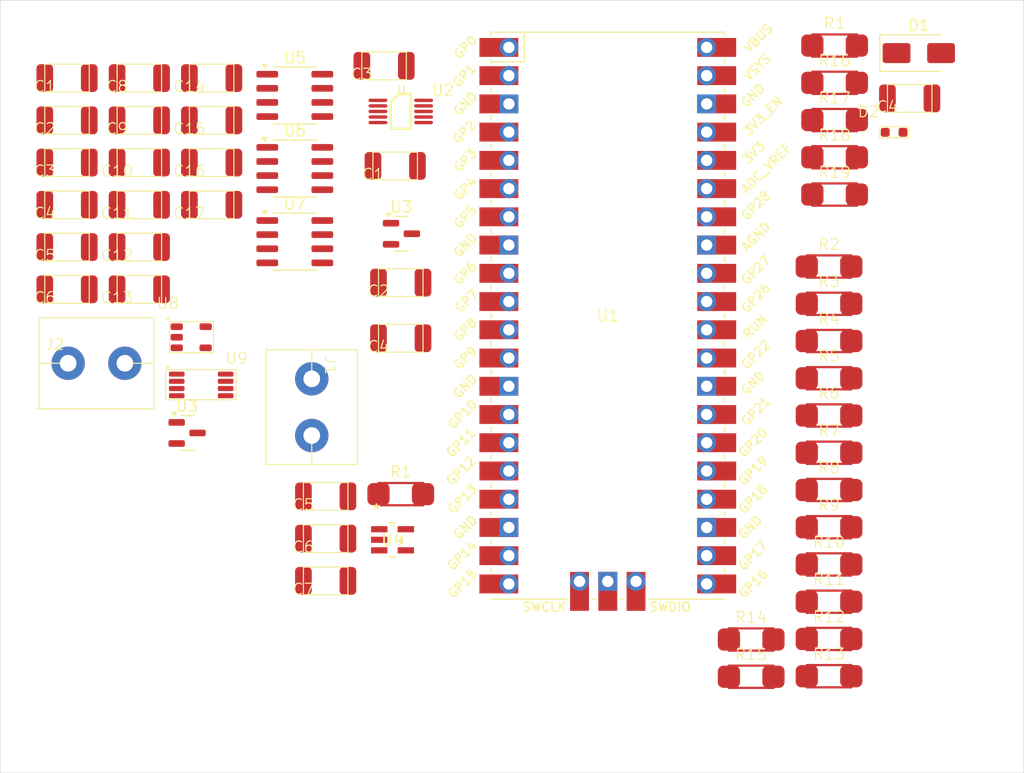
<source format=kicad_pcb>
(kicad_pcb (version 20240108) (generator "pcbnew") (generator_version "8.0")
  (layers (0 "F.Cu" signal) (31 "B.Cu" signal) (34 "B.Paste" user) (35 "F.Paste" user) (36 "B.SilkS" user "B.Silkscreen") (37 "F.SilkS" user "F.Silkscreen") (38 "B.Mask" user) (39 "F.Mask" user) (44 "Edge.Cuts" user))
  (net 0 "")
  (net 1 "3.3V")
  (net 2 "GND")
  (net 3 "DIODE_IN")
  (net 4 "DOUT")
  (net 17 "SCLK")
  (net 27 "Net-(U6--)")
  (net 30 "DIN")
  (net 33 "CONVS")
  (net 45 "Net-(J1-Pin_1)")
  (net 46 "Net-(U4-IN-)")
  (net 47 "Net-(C1-Pad1)")
  (net 48 "Net-(U8-+)")
  (net 49 "Net-(U7-Trim{slash}NR)")
  (net 50 "+3")
  (net 51 "Net-(C5-Pad1)")
  (net 52 "Net-(U6-+)")
  (net 53 "Net-(U2-AINM)")
  (net 54 "Net-(U2-AINP)")
  (net 55 "Net-(U4-+)")
  (net 56 "Net-(U9-NE{slash}SS)")
  (net 57 "Net-(U9-FB)")
  (net 58 "Net-(U7-Vout)")
  (net 59 "V_REF")
  (net 60 "Net-(R10-Pad1)")
  (net 61 "Net-(R7-Pad2)")
  (net 62 "Net-(U5--)")
  (net 63 "Net-(U5-+)")
  (net 74 "Net-(R14-Pad2)")
  (net 75 "Net-(D1-A1)")
  (net 76 "+5")
  (net 77 "Net-(D2-K)")
  (net 78 "DIODE_SIGNAL")
  (net 79 "Net-(U4--)")
  (footprint "moja_biblioteka:cap_1206" (layer "F.Cu") (at 42.5 64.25)
    (property "Reference" "C6" (at 0 -0.5 0) (layer "F.SilkS") (effects (font (thickness 0.1))))
    (property "Value" "1u")
    (pad "1" smd roundrect (at 4 -1.25) (size 1.5 2.5) (layers "F.Cu" "F.Paste" "F.Mask") (net 52 "Net-(U6-+)"))
    (pad "2" smd roundrect (at 0 -1.25) (size 1.5 2.5) (layers "F.Cu" "F.Paste" "F.Mask") (net 2 "GND"))
  )
  (footprint "Package_TO_SOT_SMD:SOT-23" (layer "F.Cu") (at 74.5625 58)
    (property "Reference" "U3" (at 0 -2.4 0) (layer "F.SilkS"))
    (property "Value" "LM4040DBZ-3")
    (pad "1" smd roundrect (at -0.9375 -0.95) (size 1.475 0.6) (layers "F.Cu" "F.Paste" "F.Mask") (net 1 "3.3V"))
    (pad "2" smd roundrect (at -0.9375 0.95) (size 1.475 0.6) (layers "F.Cu" "F.Paste" "F.Mask") (net 2 "GND"))
    (pad "3" smd roundrect (at 0.9375 0) (size 1.475 0.6) (layers "F.Cu" "F.Paste" "F.Mask"))
  )
  (footprint "moja_biblioteka:res_1206" (layer "F.Cu") (at 115 85.4)
    (property "Reference" "R9" (at -2 -3 0) (layer "F.SilkS") (effects (font (thickness 0.1))))
    (property "Value" "1k")
    (fp_line (start -4 -2) (end 0 -2) (stroke (width 0.2)) (layer "F.Cu"))
    (fp_line (start -4 0) (end -4 -2) (stroke (width 0.2)) (layer "F.Cu"))
    (fp_line (start 0 -2) (end 0 0) (stroke (width 0.2)) (layer "F.Cu"))
    (fp_line (start 0 0) (end -4 0) (stroke (width 0.2)) (layer "F.Cu"))
    (pad "1" smd roundrect (at 0 -1) (size 2 2) (layers "F.Cu" "F.Paste" "F.Mask") (net 2 "GND"))
    (pad "2" smd roundrect (at -4 -1) (size 2 2) (layers "F.Cu" "F.Paste" "F.Mask") (net 62 "Net-(U5--)"))
  )
  (footprint "moja_biblioteka:cap_1206" (layer "F.Cu") (at 42.5 49.05)
    (property "Reference" "C2" (at 0 -0.5 0) (layer "F.SilkS") (effects (font (thickness 0.1))))
    (property "Value" "1u")
    (pad "1" smd roundrect (at 4 -1.25) (size 1.5 2.5) (layers "F.Cu" "F.Paste" "F.Mask") (net 48 "Net-(U8-+)"))
    (pad "2" smd roundrect (at 0 -1.25) (size 1.5 2.5) (layers "F.Cu" "F.Paste" "F.Mask") (net 2 "GND"))
  )
  (footprint "Package_SO:SOIC-8_3.9x4.9mm_P1.27mm" (layer "F.Cu") (at 64.975 45.555)
    (property "Reference" "U5" (at 0 -3.4 0) (layer "F.SilkS"))
    (property "Value" "THS4521ID")
    (pad "1" smd roundrect (at -2.475 -1.905) (size 1.95 0.6) (layers "F.Cu" "F.Paste" "F.Mask") (net 62 "Net-(U5--)"))
    (pad "2" smd roundrect (at -2.475 -0.635) (size 1.95 0.6) (layers "F.Cu" "F.Paste" "F.Mask") (net 59 "V_REF"))
    (pad "3" smd roundrect (at -2.475 0.635) (size 1.95 0.6) (layers "F.Cu" "F.Paste" "F.Mask") (net 76 "+5"))
    (pad "4" smd roundrect (at -2.475 1.905) (size 1.95 0.6) (layers "F.Cu" "F.Paste" "F.Mask") (net 61 "Net-(R7-Pad2)"))
    (pad "5" smd roundrect (at 2.475 1.905) (size 1.95 0.6) (layers "F.Cu" "F.Paste" "F.Mask") (net 60 "Net-(R10-Pad1)"))
    (pad "6" smd roundrect (at 2.475 0.635) (size 1.95 0.6) (layers "F.Cu" "F.Paste" "F.Mask") (net 2 "GND"))
    (pad "7" smd roundrect (at 2.475 -0.635) (size 1.95 0.6) (layers "F.Cu" "F.Paste" "F.Mask") (net 76 "+5"))
    (pad "8" smd roundrect (at 2.475 -1.905) (size 1.95 0.6) (layers "F.Cu" "F.Paste" "F.Mask") (net 63 "Net-(U5-+)"))
  )
  (footprint "OPA320:DBV5" (layer "F.Cu") (at 73.7606 85.5292)
    (property "Reference" "U4" (at 0 0 0) (layer "F.SilkS"))
    (property "Value" "OPA320AIDBVR")
    (fp_text user "*" (at -1.4478 -2.6518 0) (layer "F.SilkS"))
    (fp_text user "*" (at -1.4478 -2.6518 0) (layer "F.SilkS"))
    (pad "1" smd rect (at -1.1938 -0.950001) (size 1.4732 0.5588) (layers "F.Cu" "F.Paste" "F.Mask") (net 78 "DIODE_SIGNAL"))
    (pad "2" smd rect (at -1.1938 0) (size 1.4732 0.5588) (layers "F.Cu" "F.Paste" "F.Mask") (net 2 "GND"))
    (pad "3" smd rect (at -1.1938 0.950001) (size 1.4732 0.5588) (layers "F.Cu" "F.Paste" "F.Mask") (net 55 "Net-(U4-+)"))
    (pad "4" smd rect (at 1.1938 0.950001) (size 1.4732 0.5588) (layers "F.Cu" "F.Paste" "F.Mask") (net 79 "Net-(U4--)"))
    (pad "5" smd rect (at 1.1938 -0.950001) (size 1.4732 0.5588) (layers "F.Cu" "F.Paste" "F.Mask") (net 76 "+5"))
  )
  (footprint "moja_biblioteka:cap_1206" (layer "F.Cu") (at 55.5 56.65)
    (property "Reference" "C17" (at 0 -0.5 0) (layer "F.SilkS") (effects (font (thickness 0.1))))
    (property "Value" "10u")
    (pad "1" smd roundrect (at 4 -1.25) (size 1.5 2.5) (layers "F.Cu" "F.Paste" "F.Mask") (net 76 "+5"))
    (pad "2" smd roundrect (at 0 -1.25) (size 1.5 2.5) (layers "F.Cu" "F.Paste" "F.Mask") (net 2 "GND"))
  )
  (footprint "moja_biblioteka:res_1206" (layer "F.Cu") (at 115.5 42.075)
    (property "Reference" "R1" (at -2 -3 0) (layer "F.SilkS") (effects (font (thickness 0.1))))
    (property "Value" "100")
    (fp_line (start -4 -2) (end 0 -2) (stroke (width 0.2)) (layer "F.Cu"))
    (fp_line (start -4 0) (end -4 -2) (stroke (width 0.2)) (layer "F.Cu"))
    (fp_line (start 0 -2) (end 0 0) (stroke (width 0.2)) (layer "F.Cu"))
    (fp_line (start 0 0) (end -4 0) (stroke (width 0.2)) (layer "F.Cu"))
    (pad "1" smd roundrect (at 0 -1) (size 2 2) (layers "F.Cu" "F.Paste" "F.Mask") (net 55 "Net-(U4-+)"))
    (pad "2" smd roundrect (at -4 -1) (size 2 2) (layers "F.Cu" "F.Paste" "F.Mask") (net 2 "GND"))
  )
  (footprint "moja_biblioteka:cap_1206" (layer "F.Cu") (at 42.5 52.85)
    (property "Reference" "C3" (at 0 -0.5 0) (layer "F.SilkS") (effects (font (thickness 0.1))))
    (property "Value" "1u")
    (pad "1" smd roundrect (at 4 -1.25) (size 1.5 2.5) (layers "F.Cu" "F.Paste" "F.Mask") (net 49 "Net-(U7-Trim{slash}NR)"))
    (pad "2" smd roundrect (at 0 -1.25) (size 1.5 2.5) (layers "F.Cu" "F.Paste" "F.Mask") (net 2 "GND"))
  )
  (footprint "moja_biblioteka:res_1206" (layer "F.Cu") (at 115 61.95)
    (property "Reference" "R2" (at -2 -3 0) (layer "F.SilkS") (effects (font (thickness 0.1))))
    (property "Value" "1k")
    (fp_line (start -4 -2) (end 0 -2) (stroke (width 0.2)) (layer "F.Cu"))
    (fp_line (start -4 0) (end -4 -2) (stroke (width 0.2)) (layer "F.Cu"))
    (fp_line (start 0 -2) (end 0 0) (stroke (width 0.2)) (layer "F.Cu"))
    (fp_line (start 0 0) (end -4 0) (stroke (width 0.2)) (layer "F.Cu"))
    (pad "1" smd roundrect (at 0 -1) (size 2 2) (layers "F.Cu" "F.Paste" "F.Mask") (net 58 "Net-(U7-Vout)"))
    (pad "2" smd roundrect (at -4 -1) (size 2 2) (layers "F.Cu" "F.Paste" "F.Mask") (net 52 "Net-(U6-+)"))
  )
  (footprint "moja_biblioteka:cap_1206" (layer "F.Cu") (at 65.75 82.875)
    (property "Reference" "C5" (at 0 -0.5 0) (layer "F.SilkS") (effects (font (thickness 0.1))))
    (property "Value" "100n")
    (pad "1" smd roundrect (at 4 -1.25) (size 1.5 2.5) (layers "F.Cu" "F.Paste" "F.Mask") (net 1 "3.3V"))
    (pad "2" smd roundrect (at 0 -1.25) (size 1.5 2.5) (layers "F.Cu" "F.Paste" "F.Mask") (net 2 "GND"))
  )
  (footprint "moja_biblioteka:cap_1206" (layer "F.Cu") (at 42.5 56.65)
    (property "Reference" "C4" (at 0 -0.5 0) (layer "F.SilkS") (effects (font (thickness 0.1))))
    (property "Value" "10u")
    (pad "1" smd roundrect (at 4 -1.25) (size 1.5 2.5) (layers "F.Cu" "F.Paste" "F.Mask") (net 50 "+3"))
    (pad "2" smd roundrect (at 0 -1.25) (size 1.5 2.5) (layers "F.Cu" "F.Paste" "F.Mask") (net 2 "GND"))
  )
  (footprint "moja_biblioteka:cap_1206" (layer "F.Cu") (at 72.5 68.65)
    (property "Reference" "C4" (at 0 -0.5 0) (layer "F.SilkS") (effects (font (thickness 0.1))))
    (property "Value" "1u")
    (pad "1" smd roundrect (at 4 -1.25) (size 1.5 2.5) (layers "F.Cu" "F.Paste" "F.Mask") (net 1 "3.3V"))
    (pad "2" smd roundrect (at 0 -1.25) (size 1.5 2.5) (layers "F.Cu" "F.Paste" "F.Mask") (net 2 "GND"))
  )
  (footprint "moja_biblioteka:cap_1206" (layer "F.Cu") (at 49 52.85)
    (property "Reference" "C10" (at 0 -0.5 0) (layer "F.SilkS") (effects (font (thickness 0.1))))
    (property "Value" "100n")
    (pad "1" smd roundrect (at 4 -1.25) (size 1.5 2.5) (layers "F.Cu" "F.Paste" "F.Mask") (net 50 "+3"))
    (pad "2" smd roundrect (at 0 -1.25) (size 1.5 2.5) (layers "F.Cu" "F.Paste" "F.Mask") (net 2 "GND"))
  )
  (footprint "moja_biblioteka:res_1206" (layer "F.Cu") (at 115 78.7)
    (property "Reference" "R7" (at -2 -3 0) (layer "F.SilkS") (effects (font (thickness 0.1))))
    (property "Value" "10")
    (fp_line (start -4 -2) (end 0 -2) (stroke (width 0.2)) (layer "F.Cu"))
    (fp_line (start -4 0) (end -4 -2) (stroke (width 0.2)) (layer "F.Cu"))
    (fp_line (start 0 -2) (end 0 0) (stroke (width 0.2)) (layer "F.Cu"))
    (fp_line (start 0 0) (end -4 0) (stroke (width 0.2)) (layer "F.Cu"))
    (pad "1" smd roundrect (at 0 -1) (size 2 2) (layers "F.Cu" "F.Paste" "F.Mask") (net 53 "Net-(U2-AINM)"))
    (pad "2" smd roundrect (at -4 -1) (size 2 2) (layers "F.Cu" "F.Paste" "F.Mask") (net 61 "Net-(R7-Pad2)"))
  )
  (footprint "moja_biblioteka:res_1206" (layer "F.Cu") (at 115 82.05)
    (property "Reference" "R8" (at -2 -3 0) (layer "F.SilkS") (effects (font (thickness 0.1))))
    (property "Value" "1k")
    (fp_line (start -4 -2) (end 0 -2) (stroke (width 0.2)) (layer "F.Cu"))
    (fp_line (start -4 0) (end -4 -2) (stroke (width 0.2)) (layer "F.Cu"))
    (fp_line (start 0 -2) (end 0 0) (stroke (width 0.2)) (layer "F.Cu"))
    (fp_line (start 0 0) (end -4 0) (stroke (width 0.2)) (layer "F.Cu"))
    (pad "1" smd roundrect (at 0 -1) (size 2 2) (layers "F.Cu" "F.Paste" "F.Mask") (net 61 "Net-(R7-Pad2)"))
    (pad "2" smd roundrect (at -4 -1) (size 2 2) (layers "F.Cu" "F.Paste" "F.Mask") (net 62 "Net-(U5--)"))
  )
  (footprint "moja_biblioteka:res_1206" (layer "F.Cu") (at 115 72)
    (property "Reference" "R5" (at -2 -3 0) (layer "F.SilkS") (effects (font (thickness 0.1))))
    (property "Value" "20k")
    (fp_line (start -4 -2) (end 0 -2) (stroke (width 0.2)) (layer "F.Cu"))
    (fp_line (start -4 0) (end -4 -2) (stroke (width 0.2)) (layer "F.Cu"))
    (fp_line (start 0 -2) (end 0 0) (stroke (width 0.2)) (layer "F.Cu"))
    (fp_line (start 0 0) (end -4 0) (stroke (width 0.2)) (layer "F.Cu"))
    (pad "1" smd roundrect (at 0 -1) (size 2 2) (layers "F.Cu" "F.Paste" "F.Mask") (net 27 "Net-(U6--)"))
    (pad "2" smd roundrect (at -4 -1) (size 2 2) (layers "F.Cu" "F.Paste" "F.Mask") (net 59 "V_REF"))
  )
  (footprint "moja_biblioteka:res_1206" (layer "F.Cu") (at 115 68.65)
    (property "Reference" "R4" (at -2 -3 0) (layer "F.SilkS") (effects (font (thickness 0.1))))
    (property "Value" "1k")
    (fp_line (start -4 -2) (end 0 -2) (stroke (width 0.2)) (layer "F.Cu"))
    (fp_line (start -4 0) (end -4 -2) (stroke (width 0.2)) (layer "F.Cu"))
    (fp_line (start 0 -2) (end 0 0) (stroke (width 0.2)) (layer "F.Cu"))
    (fp_line (start 0 0) (end -4 0) (stroke (width 0.2)) (layer "F.Cu"))
    (pad "1" smd roundrect (at 0 -1) (size 2 2) (layers "F.Cu" "F.Paste" "F.Mask") (net 47 "Net-(C1-Pad1)"))
    (pad "2" smd roundrect (at -4 -1) (size 2 2) (layers "F.Cu" "F.Paste" "F.Mask") (net 48 "Net-(U8-+)"))
  )
  (footprint "moja_biblioteka:LED_SMD" (layer "F.Cu") (at 118.05 48.875)
    (property "Reference" "D2" (at -1.5 -1.85 0) (layer "F.SilkS") (effects (font (thickness 0.1))))
    (property "Value" "LED")
    (pad "1" smd roundrect (at 0 0) (size 0.8 0.8) (layers "F.Cu" "F.Paste" "F.Mask") (net 77 "Net-(D2-K)"))
    (pad "2" smd roundrect (at 1.6 0) (size 0.8 0.8) (layers "F.Cu" "F.Paste" "F.Mask") (net 76 "+5"))
  )
  (footprint "moja_biblioteka:res_1206" (layer "F.Cu") (at 115 65.3)
    (property "Reference" "R3" (at -2 -3 0) (layer "F.SilkS") (effects (font (thickness 0.1))))
    (property "Value" "0.2")
    (fp_line (start -4 -2) (end 0 -2) (stroke (width 0.2)) (layer "F.Cu"))
    (fp_line (start -4 0) (end -4 -2) (stroke (width 0.2)) (layer "F.Cu"))
    (fp_line (start 0 -2) (end 0 0) (stroke (width 0.2)) (layer "F.Cu"))
    (fp_line (start 0 0) (end -4 0) (stroke (width 0.2)) (layer "F.Cu"))
    (pad "1" smd roundrect (at 0 -1) (size 2 2) (layers "F.Cu" "F.Paste" "F.Mask") (net 59 "V_REF"))
    (pad "2" smd roundrect (at -4 -1) (size 2 2) (layers "F.Cu" "F.Paste" "F.Mask") (net 51 "Net-(C5-Pad1)"))
  )
  (footprint "Diode_SMD:D_SMA" (layer "F.Cu") (at 121.07 41.75)
    (property "Reference" "D1" (at 0 -2.5 0) (layer "F.SilkS"))
    (property "Value" "SMAJ12A")
    (pad "1" smd roundrect (at -2 0) (size 2.5 1.8) (layers "F.Cu" "F.Paste" "F.Mask") (roundrect_rratio 0.1388888889) (net 75 "Net-(D1-A1)"))
    (pad "2" smd roundrect (at 2 0) (size 2.5 1.8) (layers "F.Cu" "F.Paste" "F.Mask") (roundrect_rratio 0.1388888889) (net 2 "GND"))
  )
  (footprint "footprints:ADS8881" (layer "F.Cu") (at 74.5 47)
    (property "Reference" "U2" (at 3.8 -1.9 0) (layer "F.SilkS"))
    (property "Value" "ADS8881CDGS")
    (fp_text user "u" (at 0.079 -2.0908 0) (layer "F.SilkS"))
    (pad "1" smd oval (at -2.049998 -1.000001 90) (size 0.299999 1.699999) (layers "F.Cu" "F.Paste" "F.Mask") (net 59 "V_REF"))
    (pad "2" smd oval (at -2.049998 -0.500002 90) (size 0.299999 1.699999) (layers "F.Cu" "F.Paste" "F.Mask") (net 50 "+3"))
    (pad "3" smd oval (at -2.049998 0 90) (size 0.299999 1.699999) (layers "F.Cu" "F.Paste" "F.Mask") (net 54 "Net-(U2-AINP)"))
    (pad "4" smd oval (at -2.049998 0.499999 90) (size 0.299999 1.699999) (layers "F.Cu" "F.Paste" "F.Mask") (net 53 "Net-(U2-AINM)"))
    (pad "5" smd oval (at -2.049998 1.000001 90) (size 0.299999 1.699999) (layers "F.Cu" "F.Paste" "F.Mask") (net 2 "GND"))
    (pad "6" smd oval (at 2.050001 1.000001 90) (size 0.299999 1.699999) (layers "F.Cu" "F.Paste" "F.Mask") (net 33 "CONVS"))
    (pad "7" smd oval (at 2.050001 0.499999 90) (size 0.299999 1.699999) (layers "F.Cu" "F.Paste" "F.Mask") (net 4 "DOUT"))
    (pad "8" smd oval (at 2.050001 0 90) (size 0.299999 1.699999) (layers "F.Cu" "F.Paste" "F.Mask") (net 17 "SCLK"))
    (pad "9" smd oval (at 2.050001 -0.500002 90) (size 0.299999 1.699999) (layers "F.Cu" "F.Paste" "F.Mask") (net 30 "DIN"))
    (pad "10" smd oval (at 2.050001 -1.000001 90) (size 0.299999 1.699999) (layers "F.Cu" "F.Paste" "F.Mask") (net 50 "+3"))
  )
  (footprint "moja_biblioteka:res_1206" (layer "F.Cu") (at 115 75.35)
    (property "Reference" "R6" (at -2 -3 0) (layer "F.SilkS") (effects (font (thickness 0.1))))
    (property "Value" "10")
    (fp_line (start -4 -2) (end 0 -2) (stroke (width 0.2)) (layer "F.Cu"))
    (fp_line (start -4 0) (end -4 -2) (stroke (width 0.2)) (layer "F.Cu"))
    (fp_line (start 0 -2) (end 0 0) (stroke (width 0.2)) (layer "F.Cu"))
    (fp_line (start 0 0) (end -4 0) (stroke (width 0.2)) (layer "F.Cu"))
    (pad "1" smd roundrect (at 0 -1) (size 2 2) (layers "F.Cu" "F.Paste" "F.Mask") (net 54 "Net-(U2-AINP)"))
    (pad "2" smd roundrect (at -4 -1) (size 2 2) (layers "F.Cu" "F.Paste" "F.Mask") (net 60 "Net-(R10-Pad1)"))
  )
  (footprint "moja_biblioteka:cap_1206" (layer "F.Cu") (at 42.5 60.45)
    (property "Reference" "C5" (at 0 -0.5 0) (layer "F.SilkS") (effects (font (thickness 0.1))))
    (property "Value" "10u")
    (pad "1" smd roundrect (at 4 -1.25) (size 1.5 2.5) (layers "F.Cu" "F.Paste" "F.Mask") (net 51 "Net-(C5-Pad1)"))
    (pad "2" smd roundrect (at 0 -1.25) (size 1.5 2.5) (layers "F.Cu" "F.Paste" "F.Mask") (net 2 "GND"))
  )
  (footprint "moja_biblioteka:cap_1206" (layer "F.Cu") (at 42.5 45.25)
    (property "Reference" "C1" (at 0 -0.5 0) (layer "F.SilkS") (effects (font (thickness 0.1))))
    (property "Value" "1u")
    (pad "1" smd roundrect (at 4 -1.25) (size 1.5 2.5) (layers "F.Cu" "F.Paste" "F.Mask") (net 47 "Net-(C1-Pad1)"))
    (pad "2" smd roundrect (at 0 -1.25) (size 1.5 2.5) (layers "F.Cu" "F.Paste" "F.Mask") (net 27 "Net-(U6--)"))
  )
  (footprint "moja_biblioteka:cap_1206" (layer "F.Cu") (at 118.25 47.075)
    (property "Reference" "C4" (at 0 -0.5 0) (layer "F.SilkS") (effects (font (thickness 0.1))))
    (property "Value" "33u")
    (pad "1" smd roundrect (at 4 -1.25) (size 1.5 2.5) (layers "F.Cu" "F.Paste" "F.Mask") (net 45 "Net-(J1-Pin_1)"))
    (pad "2" smd roundrect (at 0 -1.25) (size 1.5 2.5) (layers "F.Cu" "F.Paste" "F.Mask") (net 55 "Net-(U4-+)"))
  )
  (footprint "moja_biblioteka:cap_1206" (layer "F.Cu") (at 49 56.65)
    (property "Reference" "C11" (at 0 -0.5 0) (layer "F.SilkS") (effects (font (thickness 0.1))))
    (property "Value" "10u")
    (pad "1" smd roundrect (at 4 -1.25) (size 1.5 2.5) (layers "F.Cu" "F.Paste" "F.Mask") (net 50 "+3"))
    (pad "2" smd roundrect (at 0 -1.25) (size 1.5 2.5) (layers "F.Cu" "F.Paste" "F.Mask") (net 2 "GND"))
  )
  (footprint "moja_biblioteka:cap_1206" (layer "F.Cu") (at 55.5 49.05)
    (property "Reference" "C15" (at 0 -0.5 0) (layer "F.SilkS") (effects (font (thickness 0.1))))
    (property "Value" "10n")
    (pad "1" smd roundrect (at 4 -1.25) (size 1.5 2.5) (layers "F.Cu" "F.Paste" "F.Mask") (net 56 "Net-(U9-NE{slash}SS)"))
    (pad "2" smd roundrect (at 0 -1.25) (size 1.5 2.5) (layers "F.Cu" "F.Paste" "F.Mask") (net 2 "GND"))
  )
  (footprint "moja_biblioteka:cap_1206" (layer "F.Cu") (at 55.5 52.85)
    (property "Reference" "C16" (at 0 -0.5 0) (layer "F.SilkS") (effects (font (thickness 0.1))))
    (property "Value" "10n")
    (pad "1" smd roundrect (at 4 -1.25) (size 1.5 2.5) (layers "F.Cu" "F.Paste" "F.Mask") (net 76 "+5"))
    (pad "2" smd roundrect (at 0 -1.25) (size 1.5 2.5) (layers "F.Cu" "F.Paste" "F.Mask") (net 57 "Net-(U9-FB)"))
  )
  (footprint "moja_biblioteka:res_1206" (layer "F.Cu") (at 115.5 52.125)
    (property "Reference" "R18" (at -2 -3 0) (layer "F.SilkS") (effects (font (thickness 0.1))))
    (property "Value" "10k")
    (fp_line (start -4 -2) (end 0 -2) (stroke (width 0.2)) (layer "F.Cu"))
    (fp_line (start -4 0) (end -4 -2) (stroke (width 0.2)) (layer "F.Cu"))
    (fp_line (start 0 -2) (end 0 0) (stroke (width 0.2)) (layer "F.Cu"))
    (fp_line (start 0 0) (end -4 0) (stroke (width 0.2)) (layer "F.Cu"))
    (pad "1" smd roundrect (at 0 -1) (size 2 2) (layers "F.Cu" "F.Paste" "F.Mask") (net 78 "DIODE_SIGNAL"))
    (pad "2" smd roundrect (at -4 -1) (size 2 2) (layers "F.Cu" "F.Paste" "F.Mask") (net 79 "Net-(U4--)"))
  )
  (footprint "moja_biblioteka:res_1206" (layer "F.Cu") (at 115 92.1)
    (property "Reference" "R11" (at -2 -3 0) (layer "F.SilkS") (effects (font (thickness 0.1))))
    (property "Value" "1k")
    (fp_line (start -4 -2) (end 0 -2) (stroke (width 0.2)) (layer "F.Cu"))
    (fp_line (start -4 0) (end -4 -2) (stroke (width 0.2)) (layer "F.Cu"))
    (fp_line (start 0 -2) (end 0 0) (stroke (width 0.2)) (layer "F.Cu"))
    (fp_line (start 0 0) (end -4 0) (stroke (width 0.2)) (layer "F.Cu"))
    (pad "1" smd roundrect (at 0 -1) (size 2 2) (layers "F.Cu" "F.Paste" "F.Mask") (net 63 "Net-(U5-+)"))
    (pad "2" smd roundrect (at -4 -1) (size 2 2) (layers "F.Cu" "F.Paste" "F.Mask") (net 78 "DIODE_SIGNAL"))
  )
  (footprint "moja_biblioteka:screw_conector" (layer "F.Cu") (at 66.5 71.05 -90)
    (property "Reference" "J1" (at -1.2 -1.7 -90) (layer "F.SilkS") (effects (font (thickness 0.1))))
    (property "Value" "Screw_Terminal_01x02")
    (pad "1" thru_hole circle (at 0 0 270) (size 3 3) (drill 1.5) (layers "*.Cu" "*.Mask") (net 45 "Net-(J1-Pin_1)"))
    (pad "2" thru_hole circle (at 5.1 0 270) (size 3 3) (drill 1.5) (layers "*.Cu" "*.Mask") (net 2 "GND"))
  )
  (footprint "moja_biblioteka:res_1206" (layer "F.Cu") (at 115 98.8)
    (property "Reference" "R13" (at -2 -3 0) (layer "F.SilkS") (effects (font (thickness 0.1))))
    (property "Value" "1k")
    (fp_line (start -4 -2) (end 0 -2) (stroke (width 0.2)) (layer "F.Cu"))
    (fp_line (start -4 0) (end -4 -2) (stroke (width 0.2)) (layer "F.Cu"))
    (fp_line (start 0 -2) (end 0 0) (stroke (width 0.2)) (layer "F.Cu"))
    (fp_line (start 0 0) (end -4 0) (stroke (width 0.2)) (layer "F.Cu"))
    (pad "1" smd roundrect (at 0 -1) (size 2 2) (layers "F.Cu" "F.Paste" "F.Mask") (net 57 "Net-(U9-FB)"))
    (pad "2" smd roundrect (at -4 -1) (size 2 2) (layers "F.Cu" "F.Paste" "F.Mask") (net 2 "GND"))
  )
  (footprint "moja_biblioteka:res_1206" (layer "F.Cu") (at 115.5 45.425)
    (property "Reference" "R16" (at -2 -3 0) (layer "F.SilkS") (effects (font (thickness 0.1))))
    (property "Value" "400")
    (fp_line (start -4 -2) (end 0 -2) (stroke (width 0.2)) (layer "F.Cu"))
    (fp_line (start -4 0) (end -4 -2) (stroke (width 0.2)) (layer "F.Cu"))
    (fp_line (start 0 -2) (end 0 0) (stroke (width 0.2)) (layer "F.Cu"))
    (fp_line (start 0 0) (end -4 0) (stroke (width 0.2)) (layer "F.Cu"))
    (pad "1" smd roundrect (at 0 -1) (size 2 2) (layers "F.Cu" "F.Paste" "F.Mask") (net 76 "+5"))
    (pad "2" smd roundrect (at -4 -1) (size 2 2) (layers "F.Cu" "F.Paste" "F.Mask") (net 50 "+3"))
  )
  (footprint "moja_biblioteka:cap_1206" (layer "F.Cu") (at 72 53.15)
    (property "Reference" "C1" (at 0 -0.5 0) (layer "F.SilkS") (effects (font (thickness 0.1))))
    (property "Value" "10u")
    (pad "1" smd roundrect (at 4 -1.25) (size 1.5 2.5) (layers "F.Cu" "F.Paste" "F.Mask") (net 1 "3.3V"))
    (pad "2" smd roundrect (at 0 -1.25) (size 1.5 2.5) (layers "F.Cu" "F.Paste" "F.Mask") (net 2 "GND"))
  )
  (footprint "moja_biblioteka:cap_1206" (layer "F.Cu") (at 71 44.15)
    (property "Reference" "C3" (at 0 -0.5 0) (layer "F.SilkS") (effects (font (thickness 0.1))))
    (property "Value" "1u")
    (pad "1" smd roundrect (at 4 -1.25) (size 1.5 2.5) (layers "F.Cu" "F.Paste" "F.Mask") (net 1 "3.3V"))
    (pad "2" smd roundrect (at 0 -1.25) (size 1.5 2.5) (layers "F.Cu" "F.Paste" "F.Mask") (net 2 "GND"))
  )
  (footprint "moja_biblioteka:cap_1206" (layer "F.Cu") (at 55.5 45.25)
    (property "Reference" "C14" (at 0 -0.5 0) (layer "F.SilkS") (effects (font (thickness 0.1))))
    (property "Value" "10u")
    (pad "1" smd roundrect (at 4 -1.25) (size 1.5 2.5) (layers "F.Cu" "F.Paste" "F.Mask") (net 75 "Net-(D1-A1)"))
    (pad "2" smd roundrect (at 0 -1.25) (size 1.5 2.5) (layers "F.Cu" "F.Paste" "F.Mask") (net 2 "GND"))
  )
  (footprint "moja_biblioteka:res_1206" (layer "F.Cu") (at 108 95.5)
    (property "Reference" "R14" (at -2 -3 0) (layer "F.SilkS") (effects (font (thickness 0.1))))
    (property "Value" "100")
    (fp_line (start -4 -2) (end 0 -2) (stroke (width 0.2)) (layer "F.Cu"))
    (fp_line (start -4 0) (end -4 -2) (stroke (width 0.2)) (layer "F.Cu"))
    (fp_line (start 0 -2) (end 0 0) (stroke (width 0.2)) (layer "F.Cu"))
    (fp_line (start 0 0) (end -4 0) (stroke (width 0.2)) (layer "F.Cu"))
    (pad "1" smd roundrect (at 0 -1) (size 2 2) (layers "F.Cu" "F.Paste" "F.Mask") (net 76 "+5"))
    (pad "2" smd roundrect (at -4 -1) (size 2 2) (layers "F.Cu" "F.Paste" "F.Mask") (net 74 "Net-(R14-Pad2)"))
  )
  (footprint "moja_biblioteka:cap_1206" (layer "F.Cu") (at 72.5 63.65)
    (property "Reference" "C2" (at 0 -0.5 0) (layer "F.SilkS") (effects (font (thickness 0.1))))
    (property "Value" "100n")
    (pad "1" smd roundrect (at 4 -1.25) (size 1.5 2.5) (layers "F.Cu" "F.Paste" "F.Mask") (net 1 "3.3V"))
    (pad "2" smd roundrect (at 0 -1.25) (size 1.5 2.5) (layers "F.Cu" "F.Paste" "F.Mask") (net 2 "GND"))
  )
  (footprint "moja_biblioteka:screw_conector" (layer "F.Cu") (at 44.6 69.65)
    (property "Reference" "J2" (at -1.2 -1.7 0) (layer "F.SilkS") (effects (font (thickness 0.1))))
    (property "Value" "Screw_Terminal_01x02")
    (pad "1" thru_hole circle (at 0 0) (size 3 3) (drill 1.5) (layers "*.Cu" "*.Mask") (net 75 "Net-(D1-A1)"))
    (pad "2" thru_hole circle (at 5.1 0) (size 3 3) (drill 1.5) (layers "*.Cu" "*.Mask") (net 2 "GND"))
  )
  (footprint "moja_biblioteka:cap_1206" (layer "F.Cu") (at 49 60.45)
    (property "Reference" "C12" (at 0 -0.5 0) (layer "F.SilkS") (effects (font (thickness 0.1))))
    (property "Value" "1u")
    (pad "1" smd roundrect (at 4 -1.25) (size 1.5 2.5) (layers "F.Cu" "F.Paste" "F.Mask") (net 50 "+3"))
    (pad "2" smd roundrect (at 0 -1.25) (size 1.5 2.5) (layers "F.Cu" "F.Paste" "F.Mask") (net 2 "GND"))
  )
  (footprint "moja_biblioteka:res_1206" (layer "F.Cu") (at 115.5 55.475)
    (property "Reference" "R19" (at -2 -3 0) (layer "F.SilkS") (effects (font (thickness 0.1))))
    (property "Value" "100")
    (fp_line (start -4 -2) (end 0 -2) (stroke (width 0.2)) (layer "F.Cu"))
    (fp_line (start -4 0) (end -4 -2) (stroke (width 0.2)) (layer "F.Cu"))
    (fp_line (start 0 -2) (end 0 0) (stroke (width 0.2)) (layer "F.Cu"))
    (fp_line (start 0 0) (end -4 0) (stroke (width 0.2)) (layer "F.Cu"))
    (pad "1" smd roundrect (at 0 -1) (size 2 2) (layers "F.Cu" "F.Paste" "F.Mask") (net 79 "Net-(U4--)"))
    (pad "2" smd roundrect (at -4 -1) (size 2 2) (layers "F.Cu" "F.Paste" "F.Mask") (net 2 "GND"))
  )
  (footprint "moja_biblioteka:cap_1206" (layer "F.Cu") (at 49 64.25)
    (property "Reference" "C13" (at 0 -0.5 0) (layer "F.SilkS") (effects (font (thickness 0.1))))
    (property "Value" "1u")
    (pad "1" smd roundrect (at 4 -1.25) (size 1.5 2.5) (layers "F.Cu" "F.Paste" "F.Mask") (net 50 "+3"))
    (pad "2" smd roundrect (at 0 -1.25) (size 1.5 2.5) (layers "F.Cu" "F.Paste" "F.Mask") (net 2 "GND"))
  )
  (footprint "moja_biblioteka:res_1206" (layer "F.Cu") (at 108 98.85)
    (property "Reference" "R15" (at -2 -3 0) (layer "F.SilkS") (effects (font (thickness 0.1))))
    (property "Value" "10k")
    (fp_line (start -4 -2) (end 0 -2) (stroke (width 0.2)) (layer "F.Cu"))
    (fp_line (start -4 0) (end -4 -2) (stroke (width 0.2)) (layer "F.Cu"))
    (fp_line (start 0 -2) (end 0 0) (stroke (width 0.2)) (layer "F.Cu"))
    (fp_line (start 0 0) (end -4 0) (stroke (width 0.2)) (layer "F.Cu"))
    (pad "1" smd roundrect (at 0 -1) (size 2 2) (layers "F.Cu" "F.Paste" "F.Mask") (net 74 "Net-(R14-Pad2)"))
    (pad "2" smd roundrect (at -4 -1) (size 2 2) (layers "F.Cu" "F.Paste" "F.Mask") (net 57 "Net-(U9-FB)"))
  )
  (footprint "Package_SO:SOIC-8_3.9x4.9mm_P1.27mm" (layer "F.Cu") (at 64.975 58.715)
    (property "Reference" "U7" (at 0 -3.4 0) (layer "F.SilkS"))
    (property "Value" "REF5045AD")
    (pad "1" smd roundrect (at -2.475 -1.905) (size 1.95 0.6) (layers "F.Cu" "F.Paste" "F.Mask"))
    (pad "2" smd roundrect (at -2.475 -0.635) (size 1.95 0.6) (layers "F.Cu" "F.Paste" "F.Mask") (net 76 "+5"))
    (pad "3" smd roundrect (at -2.475 0.635) (size 1.95 0.6) (layers "F.Cu" "F.Paste" "F.Mask"))
    (pad "4" smd roundrect (at -2.475 1.905) (size 1.95 0.6) (layers "F.Cu" "F.Paste" "F.Mask") (net 2 "GND"))
    (pad "5" smd roundrect (at 2.475 1.905) (size 1.95 0.6) (layers "F.Cu" "F.Paste" "F.Mask") (net 49 "Net-(U7-Trim{slash}NR)"))
    (pad "6" smd roundrect (at 2.475 0.635) (size 1.95 0.6) (layers "F.Cu" "F.Paste" "F.Mask") (net 58 "Net-(U7-Vout)"))
    (pad "7" smd roundrect (at 2.475 -0.635) (size 1.95 0.6) (layers "F.Cu" "F.Paste" "F.Mask"))
    (pad "8" smd roundrect (at 2.475 -1.905) (size 1.95 0.6) (layers "F.Cu" "F.Paste" "F.Mask"))
  )
  (footprint "moja_biblioteka:res_1206" (layer "F.Cu") (at 115 88.75)
    (property "Reference" "R10" (at -2 -3 0) (layer "F.SilkS") (effects (font (thickness 0.1))))
    (property "Value" "1k")
    (fp_line (start -4 -2) (end 0 -2) (stroke (width 0.2)) (layer "F.Cu"))
    (fp_line (start -4 0) (end -4 -2) (stroke (width 0.2)) (layer "F.Cu"))
    (fp_line (start 0 -2) (end 0 0) (stroke (width 0.2)) (layer "F.Cu"))
    (fp_line (start 0 0) (end -4 0) (stroke (width 0.2)) (layer "F.Cu"))
    (pad "1" smd roundrect (at 0 -1) (size 2 2) (layers "F.Cu" "F.Paste" "F.Mask") (net 60 "Net-(R10-Pad1)"))
    (pad "2" smd roundrect (at -4 -1) (size 2 2) (layers "F.Cu" "F.Paste" "F.Mask") (net 63 "Net-(U5-+)"))
  )
  (footprint "moja_biblioteka:TPS7A49" (layer "F.Cu") (at 54.361803 70.623606)
    (property "Reference" "U9" (at 5.388197 -1.423606 0) (layer "F.SilkS") (effects (font (thickness 0.1))))
    (property "Value" "TPS7A49")
    (pad "1" smd roundrect (at 0 0) (size 1.4 0.45) (layers "F.Cu" "F.Paste" "F.Mask") (net 76 "+5"))
    (pad "2" smd roundrect (at 0 0.65) (size 1.4 0.45) (layers "F.Cu" "F.Paste" "F.Mask") (net 57 "Net-(U9-FB)"))
    (pad "3" smd roundrect (at 0 1.3) (size 1.4 0.45) (layers "F.Cu" "F.Paste" "F.Mask"))
    (pad "4" smd roundrect (at 0 1.95) (size 1.4 0.45) (layers "F.Cu" "F.Paste" "F.Mask") (net 2 "GND"))
    (pad "5" smd roundrect (at 4.4 1.95) (size 1.4 0.45) (layers "F.Cu" "F.Paste" "F.Mask") (net 75 "Net-(D1-A1)"))
    (pad "6" smd roundrect (at 4.4 1.3) (size 1.4 0.45) (layers "F.Cu" "F.Paste" "F.Mask") (net 56 "Net-(U9-NE{slash}SS)"))
    (pad "7" smd roundrect (at 4.4 0.65) (size 1.4 0.45) (layers "F.Cu" "F.Paste" "F.Mask"))
    (pad "8" smd roundrect (at 4.4 0) (size 1.4 0.45) (layers "F.Cu" "F.Paste" "F.Mask") (net 75 "Net-(D1-A1)"))
  )
  (footprint "moja_biblioteka:res_1206" (layer "F.Cu") (at 115.5 48.775)
    (property "Reference" "R17" (at -2 -3 0) (layer "F.SilkS") (effects (font (thickness 0.1))))
    (property "Value" "470")
    (fp_line (start -4 -2) (end 0 -2) (stroke (width 0.2)) (layer "F.Cu"))
    (fp_line (start -4 0) (end -4 -2) (stroke (width 0.2)) (layer "F.Cu"))
    (fp_line (start 0 -2) (end 0 0) (stroke (width 0.2)) (layer "F.Cu"))
    (fp_line (start 0 0) (end -4 0) (stroke (width 0.2)) (layer "F.Cu"))
    (pad "1" smd roundrect (at 0 -1) (size 2 2) (layers "F.Cu" "F.Paste" "F.Mask") (net 77 "Net-(D2-K)"))
    (pad "2" smd roundrect (at -4 -1) (size 2 2) (layers "F.Cu" "F.Paste" "F.Mask") (net 2 "GND"))
  )
  (footprint "moja_biblioteka:THS4281" (layer "F.Cu") (at 54.361803 66.361803)
    (property "Reference" "U8" (at -0.8 -2.1 0) (layer "F.SilkS") (effects (font (thickness 0.1))))
    (property "Value" "THS4281")
    (pad "1" smd roundrect (at 0 0) (size 1.1 0.6) (layers "F.Cu" "F.Paste" "F.Mask") (net 59 "V_REF"))
    (pad "2" smd roundrect (at 0 0.95) (size 1.1 0.6) (layers "F.Cu" "F.Paste" "F.Mask") (net 2 "GND"))
    (pad "3" smd roundrect (at 0 1.9) (size 1.1 0.6) (layers "F.Cu" "F.Paste" "F.Mask") (net 48 "Net-(U8-+)"))
    (pad "4" smd roundrect (at 2.6 1.9) (size 1.1 0.6) (layers "F.Cu" "F.Paste" "F.Mask") (net 59 "V_REF"))
    (pad "5" smd roundrect (at 2.6 0) (size 1.1 0.6) (layers "F.Cu" "F.Paste" "F.Mask") (net 76 "+5"))
  )
  (footprint "moja_biblioteka:cap_1206" (layer "F.Cu") (at 65.75 90.475)
    (property "Reference" "C7" (at 0 -0.5 0) (layer "F.SilkS") (effects (font (thickness 0.1))))
    (property "Value" "33u")
    (pad "1" smd roundrect (at 4 -1.25) (size 1.5 2.5) (layers "F.Cu" "F.Paste" "F.Mask") (net 46 "Net-(U4-IN-)"))
    (pad "2" smd roundrect (at 0 -1.25) (size 1.5 2.5) (layers "F.Cu" "F.Paste" "F.Mask") (net 3 "DIODE_IN"))
  )
  (footprint "Package_TO_SOT_SMD:SOT-23" (layer "F.Cu") (at 55.295 75.92)
    (property "Reference" "U3" (at 0 -2.4 0) (layer "F.SilkS"))
    (property "Value" "LM4040DBZ-3")
    (pad "1" smd roundrect (at -0.9375 -0.95) (size 1.475 0.6) (layers "F.Cu" "F.Paste" "F.Mask") (net 50 "+3"))
    (pad "2" smd roundrect (at -0.9375 0.95) (size 1.475 0.6) (layers "F.Cu" "F.Paste" "F.Mask") (net 2 "GND"))
    (pad "3" smd roundrect (at 0.9375 0) (size 1.475 0.6) (layers "F.Cu" "F.Paste" "F.Mask"))
  )
  (footprint "moja_biblioteka:res_1206" (layer "F.Cu") (at 115 95.45)
    (property "Reference" "R12" (at -2 -3 0) (layer "F.SilkS") (effects (font (thickness 0.1))))
    (property "Value" "4.7k")
    (fp_line (start -4 -2) (end 0 -2) (stroke (width 0.2)) (layer "F.Cu"))
    (fp_line (start -4 0) (end -4 -2) (stroke (width 0.2)) (layer "F.Cu"))
    (fp_line (start 0 -2) (end 0 0) (stroke (width 0.2)) (layer "F.Cu"))
    (fp_line (start 0 0) (end -4 0) (stroke (width 0.2)) (layer "F.Cu"))
    (pad "1" smd roundrect (at 0 -1) (size 2 2) (layers "F.Cu" "F.Paste" "F.Mask") (net 76 "+5"))
    (pad "2" smd roundrect (at -4 -1) (size 2 2) (layers "F.Cu" "F.Paste" "F.Mask") (net 57 "Net-(U9-FB)"))
  )
  (footprint "moja_biblioteka:cap_1206" (layer "F.Cu") (at 49 45.25)
    (property "Reference" "C8" (at 0 -0.5 0) (layer "F.SilkS") (effects (font (thickness 0.1))))
    (property "Value" "10n")
    (pad "1" smd roundrect (at 4 -1.25) (size 1.5 2.5) (layers "F.Cu" "F.Paste" "F.Mask") (net 54 "Net-(U2-AINP)"))
    (pad "2" smd roundrect (at 0 -1.25) (size 1.5 2.5) (layers "F.Cu" "F.Paste" "F.Mask") (net 53 "Net-(U2-AINM)"))
  )
  (footprint "moja_biblioteka:cap_1206" (layer "F.Cu") (at 49 49.05)
    (property "Reference" "C9" (at 0 -0.5 0) (layer "F.SilkS") (effects (font (thickness 0.1))))
    (property "Value" "100n")
    (pad "1" smd roundrect (at 4 -1.25) (size 1.5 2.5) (layers "F.Cu" "F.Paste" "F.Mask") (net 50 "+3"))
    (pad "2" smd roundrect (at 0 -1.25) (size 1.5 2.5) (layers "F.Cu" "F.Paste" "F.Mask") (net 2 "GND"))
  )
  (footprint "Package_SO:SOIC-8_3.9x4.9mm_P1.27mm" (layer "F.Cu") (at 64.975 52.135)
    (property "Reference" "U6" (at 0 -3.4 0) (layer "F.SilkS"))
    (property "Value" "OPA333xxD")
    (pad "1" smd roundrect (at -2.475 -1.905) (size 1.95 0.6) (layers "F.Cu" "F.Paste" "F.Mask"))
    (pad "2" smd roundrect (at -2.475 -0.635) (size 1.95 0.6) (layers "F.Cu" "F.Paste" "F.Mask") (net 27 "Net-(U6--)"))
    (pad "3" smd roundrect (at -2.475 0.635) (size 1.95 0.6) (layers "F.Cu" "F.Paste" "F.Mask") (net 52 "Net-(U6-+)"))
    (pad "4" smd roundrect (at -2.475 1.905) (size 1.95 0.6) (layers "F.Cu" "F.Paste" "F.Mask") (net 2 "GND"))
    (pad "5" smd roundrect (at 2.475 1.905) (size 1.95 0.6) (layers "F.Cu" "F.Paste" "F.Mask"))
    (pad "6" smd roundrect (at 2.475 0.635) (size 1.95 0.6) (layers "F.Cu" "F.Paste" "F.Mask") (net 47 "Net-(C1-Pad1)"))
    (pad "7" smd roundrect (at 2.475 -0.635) (size 1.95 0.6) (layers "F.Cu" "F.Paste" "F.Mask") (net 76 "+5"))
    (pad "8" smd roundrect (at 2.475 -1.905) (size 1.95 0.6) (layers "F.Cu" "F.Paste" "F.Mask"))
  )
  (footprint "moja_biblioteka:cap_1206" (layer "F.Cu") (at 65.75 86.675)
    (property "Reference" "C6" (at 0 -0.5 0) (layer "F.SilkS") (effects (font (thickness 0.1))))
    (property "Value" "10u")
    (pad "1" smd roundrect (at 4 -1.25) (size 1.5 2.5) (layers "F.Cu" "F.Paste" "F.Mask") (net 1 "3.3V"))
    (pad "2" smd roundrect (at 0 -1.25) (size 1.5 2.5) (layers "F.Cu" "F.Paste" "F.Mask") (net 2 "GND"))
  )
  (footprint "MCU_RaspberryPi_and_Boards:RPi_Pico_SMD_TH" (layer "F.Cu") (at 93.11 65.37)
    (property "Reference" "U1" (at 0 0 0) (layer "F.SilkS"))
    (property "Value" "Pico")
    (fp_text user "GP11" (at -13.2 11.43 45) (layer "F.SilkS") (effects (font (size 0.8 0.8))))
    (fp_text user "GP8" (at -12.8 1.27 45) (layer "F.SilkS") (effects (font (size 0.8 0.8))))
    (fp_text user "AGND" (at 13.3 -7.1 45) (layer "F.SilkS") (effects (font (size 0.8 0.8))))
    (fp_text user "GND" (at 12.8 19.05 45) (layer "F.SilkS") (effects (font (size 0.8 0.8))))
    (fp_text user "GP14" (at -13.1 21.59 45) (layer "F.SilkS") (effects (font (size 0.8 0.8))))
    (fp_text user "GND" (at -12.8 19.05 45) (layer "F.SilkS") (effects (font (size 0.8 0.8))))
    (fp_text user "GP18" (at 13.054 16.51 45) (layer "F.SilkS") (effects (font (size 0.8 0.8))))
    (fp_text user "RUN" (at 13.246 0.97 45) (layer "F.SilkS") (effects (font (size 0.8 0.8))))
    (fp_text user "SWCLK" (at -5.7 26.2 0) (layer "F.SilkS") (effects (font (size 0.8 0.8))))
    (fp_text user "GP7" (at -12.7 -1.3 45) (layer "F.SilkS") (effects (font (size 0.8 0.8))))
    (fp_text user "GP1" (at -12.9 -21.6 45) (layer "F.SilkS") (effects (font (size 0.8 0.8))))
    (fp_text user "GP16" (at 13.054 24.13 45) (layer "F.SilkS") (effects (font (size 0.8 0.8))))
    (fp_text user "GP4" (at -12.8 -11.43 45) (layer "F.SilkS") (effects (font (size 0.8 0.8))))
    (fp_text user "GND" (at -12.8 -19.05 45) (layer "F.SilkS") (effects (font (size 0.8 0.8))))
    (fp_text user "GP22" (at 13.3 3.51 45) (layer "F.SilkS") (effects (font (size 0.8 0.8))))
    (fp_text user "GP3" (at -12.8 -13.97 45) (layer "F.SilkS") (effects (font (size 0.8 0.8))))
    (fp_text user "GP12" (at -13.2 13.97 45) (layer "F.SilkS") (effects (font (size 0.8 0.8))))
    (fp_text user "GND" (at 13.046 6.05 45) (layer "F.SilkS") (effects (font (size 0.8 0.8))))
    (fp_text user "ADC_VREF" (at 14.246 -13.25 45) (layer "F.SilkS") (effects (font (size 0.8 0.8))))
    (fp_text user "GP10" (at -13.054 8.89 45) (layer "F.SilkS") (effects (font (size 0.8 0.8))))
    (fp_text user "3V3_EN" (at 13.946 -17.95 45) (layer "F.SilkS") (effects (font (size 0.8 0.8))))
    (fp_text user "GP19" (at 13.054 13.97 45) (layer "F.SilkS") (effects (font (size 0.8 0.8))))
    (fp_text user "GND" (at -12.8 -6.35 45) (layer "F.SilkS") (effects (font (size 0.8 0.8))))
    (fp_text user "GP0" (at -12.8 -24.13 45) (layer "F.SilkS") (effects (font (size 0.8 0.8))))
    (fp_text user "GP5" (at -12.8 -8.89 45) (layer "F.SilkS") (effects (font (size 0.8 0.8))))
    (fp_text user "GP6" (at -12.8 -3.81 45) (layer "F.SilkS") (effects (font (size 0.8 0.8))))
    (fp_text user "GP17" (at 13.054 21.59 45) (layer "F.SilkS") (effects (font (size 0.8 0.8))))
    (fp_text user "GP26" (at 13.3 -1.57 45) (layer "F.SilkS") (effects (font (size 0.8 0.8))))
    (fp_text user "GP21" (at 13.3 8.6 45) (layer "F.SilkS") (effects (font (size 0.8 0.8))))
    (fp_text user "GP2" (at -12.9 -16.51 45) (layer "F.SilkS") (effects (font (size 0.8 0.8))))
    (fp_text user "VSYS" (at 13.446 -22.34 45) (layer "F.SilkS") (effects (font (size 0.8 0.8))))
    (fp_text user "VBUS" (at 13.546 -24.95 45) (layer "F.SilkS") (effects (font (size 0.8 0.8))))
    (fp_text user "GND" (at 13.046 -19.8 45) (layer "F.SilkS") (effects (font (size 0.8 0.8))))
    (fp_text user "GP20" (at 13.054 11.43 45) (layer "F.SilkS") (effects (font (size 0.8 0.8))))
    (fp_text user "GP9" (at -12.8 3.81 45) (layer "F.SilkS") (effects (font (size 0.8 0.8))))
    (fp_text user "GP28" (at 13.3 -9.894 45) (layer "F.SilkS") (effects (font (size 0.8 0.8))))
    (fp_text user "GND" (at -12.8 6.35 45) (layer "F.SilkS") (effects (font (size 0.8 0.8))))
    (fp_text user "SWDIO" (at 5.6 26.2 0) (layer "F.SilkS") (effects (font (size 0.8 0.8))))
    (fp_text user "GP13" (at -13.054 16.51 45) (layer "F.SilkS") (effects (font (size 0.8 0.8))))
    (fp_text user "GP15" (at -13.054 24.13 45) (layer "F.SilkS") (effects (font (size 0.8 0.8))))
    (fp_text user "GP27" (at 13.3 -4.1 45) (layer "F.SilkS") (effects (font (size 0.8 0.8))))
    (fp_text user "3V3" (at 13.146 -14.65 45) (layer "F.SilkS") (effects (font (size 0.8 0.8))))
    (pad "" np_thru_hole oval (at -2.725 -24) (size 1.8 1.8) (drill 1.8) (layers "*.Cu" "*.Mask"))
    (pad "" np_thru_hole oval (at -2.425 -20.97) (size 1.5 1.5) (drill 1.5) (layers "*.Cu" "*.Mask"))
    (pad "" np_thru_hole oval (at 2.425 -20.97) (size 1.5 1.5) (drill 1.5) (layers "*.Cu" "*.Mask"))
    (pad "" np_thru_hole oval (at 2.725 -24) (size 1.8 1.8) (drill 1.8) (layers "*.Cu" "*.Mask"))
    (pad "1" thru_hole oval (at -8.89 -24.13) (size 1.7 1.7) (drill 1.02) (layers "*.Cu" "*.Mask") (net 4 "DOUT"))
    (pad "1" smd rect (at -8.89 -24.13) (size 3.5 1.7) (drill (offset -0.9 0)) (layers "F.Cu" "F.Mask") (net 4 "DOUT"))
    (pad "2" thru_hole oval (at -8.89 -21.59) (size 1.7 1.7) (drill 1.02) (layers "*.Cu" "*.Mask") (net 33 "CONVS"))
    (pad "2" smd rect (at -8.89 -21.59) (size 3.5 1.7) (drill (offset -0.9 0)) (layers "F.Cu" "F.Mask") (net 33 "CONVS"))
    (pad "3" thru_hole rect (at -8.89 -19.05) (size 1.7 1.7) (drill 1.02) (layers "*.Cu" "*.Mask"))
    (pad "3" smd rect (at -8.89 -19.05) (size 3.5 1.7) (drill (offset -0.9 0)) (layers "F.Cu" "F.Mask"))
    (pad "4" thru_hole oval (at -8.89 -16.51) (size 1.7 1.7) (drill 1.02) (layers "*.Cu" "*.Mask") (net 17 "SCLK"))
    (pad "4" smd rect (at -8.89 -16.51) (size 3.5 1.7) (drill (offset -0.9 0)) (layers "F.Cu" "F.Mask") (net 17 "SCLK"))
    (pad "5" thru_hole oval (at -8.89 -13.97) (size 1.7 1.7) (drill 1.02) (layers "*.Cu" "*.Mask") (net 30 "DIN"))
    (pad "5" smd rect (at -8.89 -13.97) (size 3.5 1.7) (drill (offset -0.9 0)) (layers "F.Cu" "F.Mask") (net 30 "DIN"))
    (pad "6" thru_hole oval (at -8.89 -11.43) (size 1.7 1.7) (drill 1.02) (layers "*.Cu" "*.Mask"))
    (pad "6" smd rect (at -8.89 -11.43) (size 3.5 1.7) (drill (offset -0.9 0)) (layers "F.Cu" "F.Mask"))
    (pad "7" thru_hole oval (at -8.89 -8.89) (size 1.7 1.7) (drill 1.02) (layers "*.Cu" "*.Mask"))
    (pad "7" smd rect (at -8.89 -8.89) (size 3.5 1.7) (drill (offset -0.9 0)) (layers "F.Cu" "F.Mask"))
    (pad "8" thru_hole rect (at -8.89 -6.35) (size 1.7 1.7) (drill 1.02) (layers "*.Cu" "*.Mask"))
    (pad "8" smd rect (at -8.89 -6.35) (size 3.5 1.7) (drill (offset -0.9 0)) (layers "F.Cu" "F.Mask"))
    (pad "9" thru_hole oval (at -8.89 -3.81) (size 1.7 1.7) (drill 1.02) (layers "*.Cu" "*.Mask"))
    (pad "9" smd rect (at -8.89 -3.81) (size 3.5 1.7) (drill (offset -0.9 0)) (layers "F.Cu" "F.Mask"))
    (pad "10" thru_hole oval (at -8.89 -1.27) (size 1.7 1.7) (drill 1.02) (layers "*.Cu" "*.Mask"))
    (pad "10" smd rect (at -8.89 -1.27) (size 3.5 1.7) (drill (offset -0.9 0)) (layers "F.Cu" "F.Mask"))
    (pad "11" thru_hole oval (at -8.89 1.27) (size 1.7 1.7) (drill 1.02) (layers "*.Cu" "*.Mask"))
    (pad "11" smd rect (at -8.89 1.27) (size 3.5 1.7) (drill (offset -0.9 0)) (layers "F.Cu" "F.Mask"))
    (pad "12" thru_hole oval (at -8.89 3.81) (size 1.7 1.7) (drill 1.02) (layers "*.Cu" "*.Mask"))
    (pad "12" smd rect (at -8.89 3.81) (size 3.5 1.7) (drill (offset -0.9 0)) (layers "F.Cu" "F.Mask"))
    (pad "13" thru_hole rect (at -8.89 6.35) (size 1.7 1.7) (drill 1.02) (layers "*.Cu" "*.Mask"))
    (pad "13" smd rect (at -8.89 6.35) (size 3.5 1.7) (drill (offset -0.9 0)) (layers "F.Cu" "F.Mask"))
    (pad "14" thru_hole oval (at -8.89 8.89) (size 1.7 1.7) (drill 1.02) (layers "*.Cu" "*.Mask"))
    (pad "14" smd rect (at -8.89 8.89) (size 3.5 1.7) (drill (offset -0.9 0)) (layers "F.Cu" "F.Mask"))
    (pad "15" thru_hole oval (at -8.89 11.43) (size 1.7 1.7) (drill 1.02) (layers "*.Cu" "*.Mask"))
    (pad "15" smd rect (at -8.89 11.43) (size 3.5 1.7) (drill (offset -0.9 0)) (layers "F.Cu" "F.Mask"))
    (pad "16" thru_hole oval (at -8.89 13.97) (size 1.7 1.7) (drill 1.02) (layers "*.Cu" "*.Mask"))
    (pad "16" smd rect (at -8.89 13.97) (size 3.5 1.7) (drill (offset -0.9 0)) (layers "F.Cu" "F.Mask"))
    (pad "17" thru_hole oval (at -8.89 16.51) (size 1.7 1.7) (drill 1.02) (layers "*.Cu" "*.Mask"))
    (pad "17" smd rect (at -8.89 16.51) (size 3.5 1.7) (drill (offset -0.9 0)) (layers "F.Cu" "F.Mask"))
    (pad "18" thru_hole rect (at -8.89 19.05) (size 1.7 1.7) (drill 1.02) (layers "*.Cu" "*.Mask"))
    (pad "18" smd rect (at -8.89 19.05) (size 3.5 1.7) (drill (offset -0.9 0)) (layers "F.Cu" "F.Mask"))
    (pad "19" thru_hole oval (at -8.89 21.59) (size 1.7 1.7) (drill 1.02) (layers "*.Cu" "*.Mask"))
    (pad "19" smd rect (at -8.89 21.59) (size 3.5 1.7) (drill (offset -0.9 0)) (layers "F.Cu" "F.Mask"))
    (pad "20" thru_hole oval (at -8.89 24.13) (size 1.7 1.7) (drill 1.02) (layers "*.Cu" "*.Mask"))
    (pad "20" smd rect (at -8.89 24.13) (size 3.5 1.7) (drill (offset -0.9 0)) (layers "F.Cu" "F.Mask"))
    (pad "21" thru_hole oval (at 8.89 24.13) (size 1.7 1.7) (drill 1.02) (layers "*.Cu" "*.Mask"))
    (pad "21" smd rect (at 8.89 24.13) (size 3.5 1.7) (drill (offset 0.9 0)) (layers "F.Cu" "F.Mask"))
    (pad "22" thru_hole oval (at 8.89 21.59) (size 1.7 1.7) (drill 1.02) (layers "*.Cu" "*.Mask"))
    (pad "22" smd rect (at 8.89 21.59) (size 3.5 1.7) (drill (offset 0.9 0)) (layers "F.Cu" "F.Mask"))
    (pad "23" thru_hole rect (at 8.89 19.05) (size 1.7 1.7) (drill 1.02) (layers "*.Cu" "*.Mask"))
    (pad "23" smd rect (at 8.89 19.05) (size 3.5 1.7) (drill (offset 0.9 0)) (layers "F.Cu" "F.Mask"))
    (pad "24" thru_hole oval (at 8.89 16.51) (size 1.7 1.7) (drill 1.02) (layers "*.Cu" "*.Mask"))
    (pad "24" smd rect (at 8.89 16.51) (size 3.5 1.7) (drill (offset 0.9 0)) (layers "F.Cu" "F.Mask"))
    (pad "25" thru_hole oval (at 8.89 13.97) (size 1.7 1.7) (drill 1.02) (layers "*.Cu" "*.Mask"))
    (pad "25" smd rect (at 8.89 13.97) (size 3.5 1.7) (drill (offset 0.9 0)) (layers "F.Cu" "F.Mask"))
    (pad "26" thru_hole oval (at 8.89 11.43) (size 1.7 1.7) (drill 1.02) (layers "*.Cu" "*.Mask"))
    (pad "26" smd rect (at 8.89 11.43) (size 3.5 1.7) (drill (offset 0.9 0)) (layers "F.Cu" "F.Mask"))
    (pad "27" thru_hole oval (at 8.89 8.89) (size 1.7 1.7) (drill 1.02) (layers "*.Cu" "*.Mask"))
    (pad "27" smd rect (at 8.89 8.89) (size 3.5 1.7) (drill (offset 0.9 0)) (layers "F.Cu" "F.Mask"))
    (pad "28" thru_hole rect (at 8.89 6.35) (size 1.7 1.7) (drill 1.02) (layers "*.Cu" "*.Mask") (net 2 "GND"))
    (pad "28" smd rect (at 8.89 6.35) (size 3.5 1.7) (drill (offset 0.9 0)) (layers "F.Cu" "F.Mask") (net 2 "GND"))
    (pad "29" thru_hole oval (at 8.89 3.81) (size 1.7 1.7) (drill 1.02) (layers "*.Cu" "*.Mask"))
    (pad "29" smd rect (at 8.89 3.81) (size 3.5 1.7) (drill (offset 0.9 0)) (layers "F.Cu" "F.Mask"))
    (pad "30" thru_hole oval (at 8.89 1.27) (size 1.7 1.7) (drill 1.02) (layers "*.Cu" "*.Mask"))
    (pad "30" smd rect (at 8.89 1.27) (size 3.5 1.7) (drill (offset 0.9 0)) (layers "F.Cu" "F.Mask"))
    (pad "31" thru_hole oval (at 8.89 -1.27) (size 1.7 1.7) (drill 1.02) (layers "*.Cu" "*.Mask"))
    (pad "31" smd rect (at 8.89 -1.27) (size 3.5 1.7) (drill (offset 0.9 0)) (layers "F.Cu" "F.Mask"))
    (pad "32" thru_hole oval (at 8.89 -3.81) (size 1.7 1.7) (drill 1.02) (layers "*.Cu" "*.Mask"))
    (pad "32" smd rect (at 8.89 -3.81) (size 3.5 1.7) (drill (offset 0.9 0)) (layers "F.Cu" "F.Mask"))
    (pad "33" thru_hole rect (at 8.89 -6.35) (size 1.7 1.7) (drill 1.02) (layers "*.Cu" "*.Mask"))
    (pad "33" smd rect (at 8.89 -6.35) (size 3.5 1.7) (drill (offset 0.9 0)) (layers "F.Cu" "F.Mask"))
    (pad "34" thru_hole oval (at 8.89 -8.89) (size 1.7 1.7) (drill 1.02) (layers "*.Cu" "*.Mask"))
    (pad "34" smd rect (at 8.89 -8.89) (size 3.5 1.7) (drill (offset 0.9 0)) (layers "F.Cu" "F.Mask"))
    (pad "35" thru_hole oval (at 8.89 -11.43) (size 1.7 1.7) (drill 1.02) (layers "*.Cu" "*.Mask"))
    (pad "35" smd rect (at 8.89 -11.43) (size 3.5 1.7) (drill (offset 0.9 0)) (layers "F.Cu" "F.Mask"))
    (pad "36" thru_hole oval (at 8.89 -13.97) (size 1.7 1.7) (drill 1.02) (layers "*.Cu" "*.Mask") (net 1 "3.3V"))
    (pad "36" smd rect (at 8.89 -13.97) (size 3.5 1.7) (drill (offset 0.9 0)) (layers "F.Cu" "F.Mask") (net 1 "3.3V"))
    (pad "37" thru_hole oval (at 8.89 -16.51) (size 1.7 1.7) (drill 1.02) (layers "*.Cu" "*.Mask"))
    (pad "37" smd rect (at 8.89 -16.51) (size 3.5 1.7) (drill (offset 0.9 0)) (layers "F.Cu" "F.Mask"))
    (pad "38" thru_hole rect (at 8.89 -19.05) (size 1.7 1.7) (drill 1.02) (layers "*.Cu" "*.Mask"))
    (pad "38" smd rect (at 8.89 -19.05) (size 3.5 1.7) (drill (offset 0.9 0)) (layers "F.Cu" "F.Mask"))
    (pad "39" thru_hole oval (at 8.89 -21.59) (size 1.7 1.7) (drill 1.02) (layers "*.Cu" "*.Mask"))
    (pad "39" smd rect (at 8.89 -21.59) (size 3.5 1.7) (drill (offset 0.9 0)) (layers "F.Cu" "F.Mask"))
    (pad "40" thru_hole oval (at 8.89 -24.13) (size 1.7 1.7) (drill 1.02) (layers "*.Cu" "*.Mask"))
    (pad "40" smd rect (at 8.89 -24.13) (size 3.5 1.7) (drill (offset 0.9 0)) (layers "F.Cu" "F.Mask"))
    (pad "41" thru_hole oval (at -2.54 23.9) (size 1.7 1.7) (drill 1.02) (layers "*.Cu" "*.Mask"))
    (pad "41" smd rect (at -2.54 23.9 90) (size 3.5 1.7) (drill (offset -0.9 0)) (layers "F.Cu" "F.Mask"))
    (pad "42" thru_hole rect (at 0 23.9) (size 1.7 1.7) (drill 1.02) (layers "*.Cu" "*.Mask") (net 2 "GND"))
    (pad "42" smd rect (at 0 23.9 90) (size 3.5 1.7) (drill (offset -0.9 0)) (layers "F.Cu" "F.Mask") (net 2 "GND"))
    (pad "43" thru_hole oval (at 2.54 23.9) (size 1.7 1.7) (drill 1.02) (layers "*.Cu" "*.Mask"))
    (pad "43" smd rect (at 2.54 23.9 90) (size 3.5 1.7) (drill (offset -0.9 0)) (layers "F.Cu" "F.Mask"))
  )
  (footprint "moja_biblioteka:res_1206" (layer "F.Cu") (at 76.5 82.425)
    (property "Reference" "R1" (at -2 -3 0) (layer "F.SilkS") (effects (font (thickness 0.1))))
    (property "Value" "100")
    (fp_line (start -4 -2) (end 0 -2) (stroke (width 0.2)) (layer "F.Cu"))
    (fp_line (start -4 0) (end -4 -2) (stroke (width 0.2)) (layer "F.Cu"))
    (fp_line (start 0 -2) (end 0 0) (stroke (width 0.2)) (layer "F.Cu"))
    (fp_line (start 0 0) (end -4 0) (stroke (width 0.2)) (layer "F.Cu"))
    (pad "1" smd roundrect (at 0 -1) (size 2 2) (layers "F.Cu" "F.Paste" "F.Mask") (net 3 "DIODE_IN"))
    (pad "2" smd roundrect (at -4 -1) (size 2 2) (layers "F.Cu" "F.Paste" "F.Mask") (net 2 "GND"))
  )
  (gr_rect (start 38.5 37) (end 130.5 106.5) (stroke (width 0.05)) (fill none) (layer "Edge.Cuts"))
)
</source>
